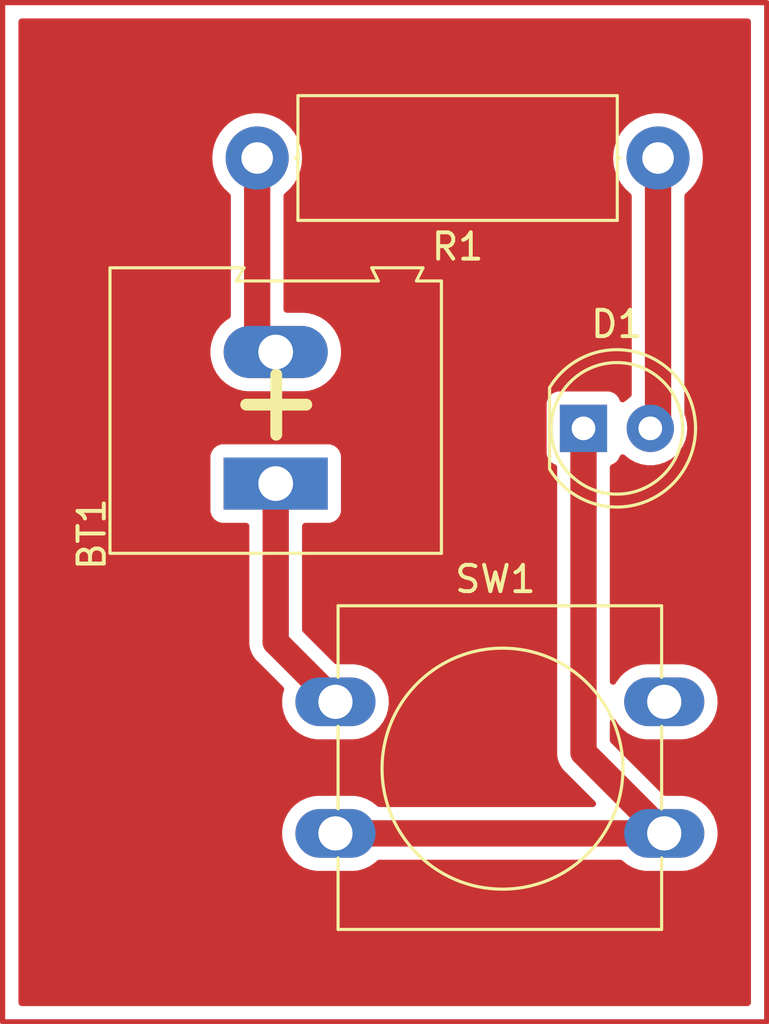
<source format=kicad_pcb>
(kicad_pcb (version 20221018) (generator pcbnew)
  (layers (0 "F.Cu" signal) (31 "B.Cu" signal) (34 "B.Paste" user) (35 "F.Paste" user) (36 "B.SilkS" user "B.Silkscreen") (37 "F.SilkS" user "F.Silkscreen") (38 "B.Mask" user) (39 "F.Mask" user) (44 "Edge.Cuts" user))
  (net 0 "")
  (net 1 "Net-(BT1-+)")
  (net 2 "Net-(BT1--)")
  (net 3 "Net-(D1-K)")
  (net 4 "Net-(D1-A)")
  (footprint "Button_Switch_THT:SW_PUSH-12mm" (layer "F.Cu") (at 103.871898 97.193162)
    (fp_text reference "SW1" (at 6.08 -4.66) (layer "F.SilkS"))
    (fp_text value "SW_Push")
    (fp_line (start 0.1 -3.65) (end 12.4 -3.65) (stroke (width 0.12)) (layer "F.SilkS"))
    (fp_line (start 0.1 -0.93) (end 0.1 -3.65) (stroke (width 0.12)) (layer "F.SilkS"))
    (fp_line (start 0.1 4.07) (end 0.1 0.93) (stroke (width 0.12)) (layer "F.SilkS"))
    (fp_line (start 0.1 8.65) (end 0.1 5.93) (stroke (width 0.12)) (layer "F.SilkS"))
    (fp_line (start 12.4 -3.65) (end 12.4 -0.93) (stroke (width 0.12)) (layer "F.SilkS"))
    (fp_line (start 12.4 0.93) (end 12.4 4.07) (stroke (width 0.12)) (layer "F.SilkS"))
    (fp_line (start 12.4 5.93) (end 12.4 8.65) (stroke (width 0.12)) (layer "F.SilkS"))
    (fp_line (start 12.4 8.65) (end 0.1 8.65) (stroke (width 0.12)) (layer "F.SilkS"))
    (fp_circle (center 6.35 2.54) (end 10.16 5.08) (stroke (width 0.12)) (fill none) (layer "F.SilkS"))
    (pad "1" thru_hole oval (at 0 0) (size 3.048 1.85) (drill 1.3) (layers "*.Cu" "*.Mask") (net 1 "Net-(BT1-+)"))
    (pad "1" thru_hole oval (at 12.5 0) (size 3.048 1.85) (drill 1.3) (layers "*.Cu" "*.Mask") (net 1 "Net-(BT1-+)"))
    (pad "2" thru_hole oval (at 0 5) (size 3.048 1.85) (drill 1.3) (layers "*.Cu" "*.Mask") (net 3 "Net-(D1-K)"))
    (pad "2" thru_hole oval (at 12.5 5) (size 3.048 1.85) (drill 1.3) (layers "*.Cu" "*.Mask") (net 3 "Net-(D1-K)"))
  )
  (footprint "Resistor_THT:R_Axial_DIN0414_L11.9mm_D4.5mm_P15.24mm_Horizontal" (layer "F.Cu") (at 116.135718 76.527409 180)
    (fp_text reference "R1" (at 7.62 -3.37) (layer "F.SilkS"))
    (fp_text value "R")
    (fp_line (start 1.44 0) (end 1.55 0) (stroke (width 0.12)) (layer "F.SilkS"))
    (fp_line (start 1.55 -2.37) (end 1.55 2.37) (stroke (width 0.12)) (layer "F.SilkS"))
    (fp_line (start 1.55 2.37) (end 13.69 2.37) (stroke (width 0.12)) (layer "F.SilkS"))
    (fp_line (start 13.69 -2.37) (end 1.55 -2.37) (stroke (width 0.12)) (layer "F.SilkS"))
    (fp_line (start 13.69 2.37) (end 13.69 -2.37) (stroke (width 0.12)) (layer "F.SilkS"))
    (fp_line (start 13.8 0) (end 13.69 0) (stroke (width 0.12)) (layer "F.SilkS"))
    (pad "1" thru_hole circle (at 0 0 180) (size 2.4 2.4) (drill 1.2) (layers "*.Cu" "*.Mask") (net 4 "Net-(D1-A)"))
    (pad "2" thru_hole oval (at 15.24 0 180) (size 2.4 2.4) (drill 1.2) (layers "*.Cu" "*.Mask") (net 2 "Net-(BT1--)"))
  )
  (footprint "TerminalBlock:TerminalBlock_Altech_AK300-2_P5.00mm" (layer "F.Cu") (at 101.6 88.9 90)
    (fp_text reference "BT1" (at -1.92 -6.99 90) (layer "F.SilkS"))
    (fp_text value "Battery_Cell")
    (fp_text user "+" (at 3 -0.2 90) (layer "F.SilkS") (effects (font (size 3 3) (thickness 0.45))))
    (fp_line (start -2.65 -6.3) (end -2.65 6.3) (stroke (width 0.12)) (layer "F.SilkS"))
    (fp_line (start -2.65 6.3) (end 7.7 6.3) (stroke (width 0.12)) (layer "F.SilkS"))
    (fp_line (start 7.7 -1.5) (end 8.2 -1.2) (stroke (width 0.12)) (layer "F.SilkS"))
    (fp_line (start 7.7 3.9) (end 7.7 -1.5) (stroke (width 0.12)) (layer "F.SilkS"))
    (fp_line (start 7.7 5.35) (end 8.2 5.6) (stroke (width 0.12)) (layer "F.SilkS"))
    (fp_line (start 7.7 6.3) (end 7.7 5.35) (stroke (width 0.12)) (layer "F.SilkS"))
    (fp_line (start 8.2 -6.3) (end -2.65 -6.3) (stroke (width 0.12)) (layer "F.SilkS"))
    (fp_line (start 8.2 -1.2) (end 8.2 -6.3) (stroke (width 0.12)) (layer "F.SilkS"))
    (fp_line (start 8.2 3.65) (end 7.7 3.9) (stroke (width 0.12)) (layer "F.SilkS"))
    (fp_line (start 8.2 3.7) (end 8.2 3.65) (stroke (width 0.12)) (layer "F.SilkS"))
    (fp_line (start 8.2 5.6) (end 8.2 3.7) (stroke (width 0.12)) (layer "F.SilkS"))
    (pad "1" thru_hole rect (at 0 0 90) (size 1.98 3.96) (drill 1.32) (layers "*.Cu" "*.Mask") (net 1 "Net-(BT1-+)"))
    (pad "2" thru_hole oval (at 5 0 90) (size 1.98 3.96) (drill 1.32) (layers "*.Cu" "*.Mask") (net 2 "Net-(BT1--)"))
  )
  (footprint "LED_THT:LED_D5.0mm_Clear" (layer "F.Cu") (at 113.301557 86.80124)
    (fp_text reference "D1" (at 1.27 -3.96) (layer "F.SilkS"))
    (fp_text value "LED")
    (fp_line (start -1.29 -1.545) (end -1.29 1.545) (stroke (width 0.12)) (layer "F.SilkS"))
    (fp_arc (start -1.29 -1.54483) (mid 2.072002 -2.880433) (end 4.26 0.000462) (stroke (width 0.12)) (layer "F.SilkS"))
    (fp_arc (start 4.26 -0.000462) (mid 2.072002 2.880433) (end -1.29 1.54483) (stroke (width 0.12)) (layer "F.SilkS"))
    (fp_circle (center 1.27 0) (end 3.77 0) (stroke (width 0.12)) (fill none) (layer "F.SilkS"))
    (pad "1" thru_hole rect (at 0 0) (size 1.8 1.8) (drill 0.9) (layers "*.Cu" "*.Mask") (net 3 "Net-(D1-K)"))
    (pad "2" thru_hole circle (at 2.54 0) (size 1.8 1.8) (drill 0.9) (layers "*.Cu" "*.Mask") (net 4 "Net-(D1-A)"))
  )
  (gr_rect (start 91.218724 70.622908) (end 120.268868 109.356434) (stroke (width 0.2)) (fill none) (layer "F.Cu"))
  (segment (start 101.6 94.921264) (end 103.871898 97.193162) (width 1) (layer "F.Cu") (net 1))
  (segment (start 101.6 88.9) (end 101.6 94.921264) (width 1) (layer "F.Cu") (net 1))
  (segment (start 100.895718 83.195718) (end 101.6 83.9) (width 1) (layer "F.Cu") (net 2))
  (segment (start 100.895718 76.527409) (end 100.895718 83.195718) (width 1) (layer "F.Cu") (net 2))
  (segment (start 116.371898 102.193162) (end 103.871898 102.193162) (width 1) (layer "F.Cu") (net 3))
  (segment (start 113.301557 99.122821) (end 116.371898 102.193162) (width 1) (layer "F.Cu") (net 3))
  (segment (start 113.301557 86.80124) (end 113.301557 99.122821) (width 1) (layer "F.Cu") (net 3))
  (segment (start 116.135718 86.507079) (end 115.841557 86.80124) (width 1) (layer "F.Cu") (net 4))
  (segment (start 116.135718 76.527409) (end 116.135718 86.507079) (width 1) (layer "F.Cu") (net 4))
  (zone (net 0) (net_name "") (layer "F.Cu") (connect_pads (clearance 0.5)) (min_thickness 0.25) (fill yes (thermal_gap 0.5) (thermal_bridge_width 0.5) (island_removal_mode 1) (island_area_min 10))
    (polygon (pts (xy 91.218724 70.622908) (xy 120.268868 70.622908) (xy 120.268868 109.356434) (xy 91.218724 109.356434)))
  )
)
</source>
